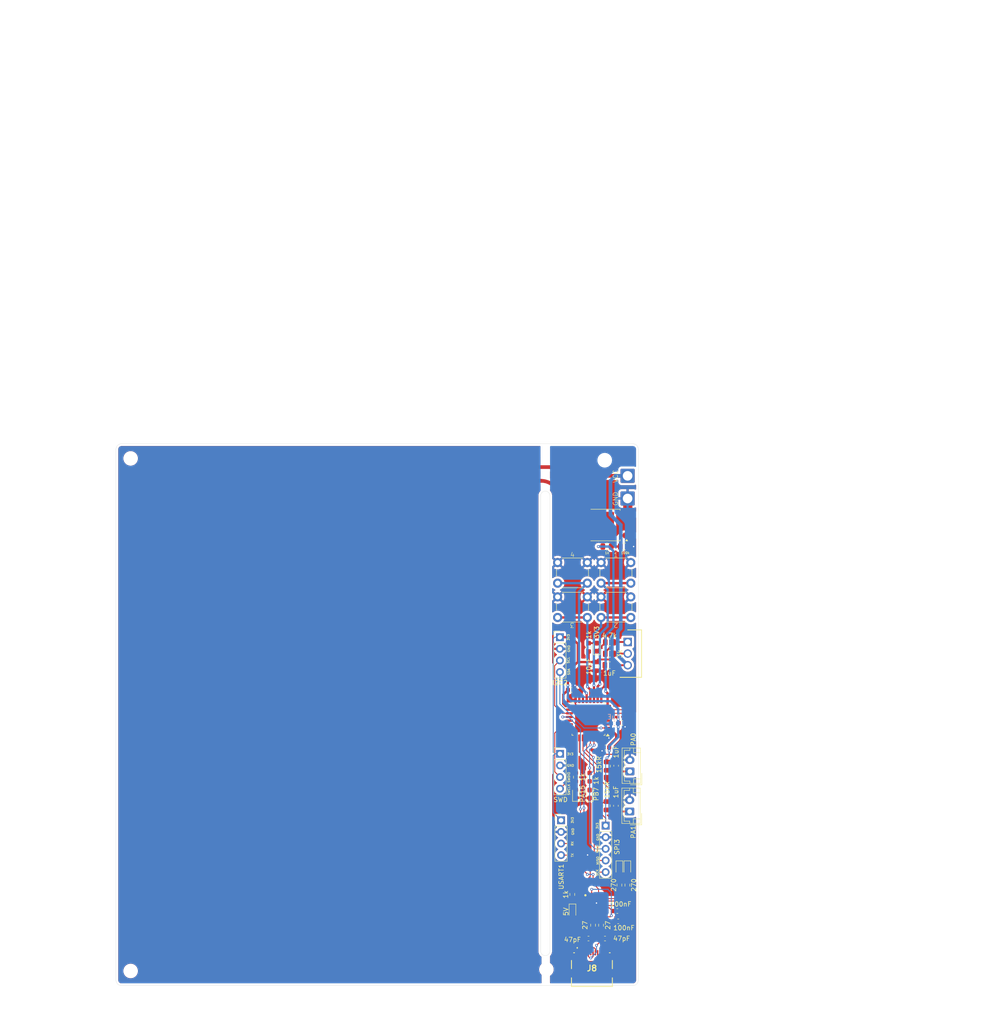
<source format=kicad_pcb>
(kicad_pcb (version 20240108) (generator "pcbnew") (generator_version "8.0")
  (layers (0 "F.Cu" signal) (31 "B.Cu" signal) (34 "B.Paste" user) (35 "F.Paste" user) (36 "B.SilkS" user "B.Silkscreen") (37 "F.SilkS" user "F.Silkscreen") (38 "B.Mask" user) (39 "F.Mask" user) (44 "Edge.Cuts" user))
  (net 0 "")
  (net 1 "+3.3V")
  (net 2 "GND")
  (net 6 "SWCLK")
  (net 7 "SWDIO")
  (net 11 "+5V")
  (net 12 "VCCIO")
  (net 13 "USB -")
  (net 14 "USB +")
  (net 15 "Net-(D1-K)")
  (net 16 "Net-(D2-A)")
  (net 17 "SPI3_SCK")
  (net 18 "SPI3_MOSI")
  (net 19 "Net-(D3-A)")
  (net 20 "USART1_TX")
  (net 21 "USART1_RX")
  (net 22 "SPI3_MISO")
  (net 23 "VCC")
  (net 24 "Net-(Q2-D)")
  (net 25 "Net-(Q2-G)")
  (net 26 "Net-(U1-PA2)")
  (net 27 "PA4")
  (net 28 "PA5")
  (net 29 "PA6")
  (net 30 "PA7")
  (net 31 "Net-(D4-A)")
  (net 32 "Net-(D5-A)")
  (net 33 "PA0")
  (net 34 "PA1")
  (net 35 "Net-(D6-A)")
  (net 39 "Net-(IC2-CBUS1)")
  (net 40 "Net-(IC2-USBDM)")
  (net 41 "Net-(IC2-CBUS0)")
  (net 43 "Net-(IC2-USBDP)")
  (net 48 "I2C2_SDA")
  (net 49 "I2C2_SCL")
  (net 55 "PB7")
  (net 57 "PA15")
  (net 59 "ADJ")
  (footprint "LED_SMD:LED_0603_1608Metric_Pad1.05x0.95mm_HandSolder" (layer "F.Cu") (at 142.95 149.3825 -90)
    (property "Reference" "D1" (hide yes))
    (property "Value" "5V")
  )
  (footprint "Resistor_SMD:R_0805_2012Metric" (layer "F.Cu") (at 150.5 69.6075 180)
    (property "Reference" "R2" (hide yes))
    (property "Value" "1k")
  )
  (footprint "MountingHole:MountingHole_2.7mm_M2.5" (layer "F.Cu") (at 46.35 162.35)
    (property "Reference" "H2" (hide yes))
    (property "Value" "MountingHole" (hide yes))
  )
  (footprint "Connector_JST:JST_EH_B2B-EH-A_1x02_P2.50mm_Vertical" (layer "F.Cu") (at 155.5 118.75 90)
    (property "Reference" "J7" (hide yes))
    (property "Value" "PA0")
  )
  (footprint "Resistor_SMD:R_0603_1608Metric_Pad0.98x0.95mm_HandSolder" (layer "F.Cu") (at 146.525 91.6275 -90)
    (property "Reference" "R1" (hide yes))
    (property "Value" "1k")
  )
  (footprint "Button_Switch_THT:SW_PUSH_6mm" (layer "F.Cu") (at 146.2 85.1075 180)
    (property "Reference" "SW3" (hide yes))
    (property "Value" "SW_Push" (hide yes))
  )
  (footprint "NetTie:NetTie-2_SMD_Pad2.0mm" (layer "F.Cu") (at 140.75 60.25 90)
    (property "Reference" "NT1" (hide yes))
    (property "Value" "NetTie_2" (hide yes))
  )
  (footprint "Resistor_SMD:R_0805_2012Metric" (layer "F.Cu") (at 151.025 90.54 180)
    (property "Reference" "R6" (hide yes))
    (property "Value" "4.7k")
  )
  (footprint "Capacitor_SMD:C_0603_1608Metric" (layer "F.Cu") (at 152.5 117.5 90)
    (property "Reference" "C5" (hide yes))
    (property "Value" "1uF")
  )
  (footprint "Button_Switch_THT:SW_PUSH_6mm" (layer "F.Cu") (at 146.2 77.6075 180)
    (property "Reference" "SW4" (hide yes))
    (property "Value" "SW_Push" (hide yes))
  )
  (footprint "Resistor_SMD:R_0603_1608Metric_Pad0.98x0.95mm_HandSolder" (layer "F.Cu") (at 146.7 120 90)
    (property "Reference" "R17" (hide yes))
    (property "Value" "1k")
  )
  (footprint "Capacitor_SMD:C_0603_1608Metric_Pad1.08x0.95mm_HandSolder" (layer "F.Cu") (at 146.45 155.2575 180)
    (property "Reference" "C13" (hide yes))
    (property "Value" "47pF")
  )
  (footprint "MountingHole:MountingHole_2.7mm_M2.5" (layer "F.Cu") (at 150 50.75)
    (property "Reference" "H3" (hide yes))
    (property "Value" "MountingHole" (hide yes))
  )
  (footprint "Resistor_SMD:R_0603_1608Metric_Pad0.98x0.95mm_HandSolder" (layer "F.Cu") (at 149.2 152.345 90)
    (property "Reference" "R13" (hide yes))
    (property "Value" "27")
  )
  (footprint "Capacitor_SMD:C_0805_2012Metric" (layer "F.Cu") (at 150.975 95.54 180)
    (property "Reference" "C8" (hide yes))
    (property "Value" "1uF")
  )
  (footprint "Connector_PinHeader_2.54mm:PinHeader_1x04_P2.54mm_Vertical" (layer "F.Cu") (at 140.2 89.42)
    (property "Reference" "J3" (hide yes))
    (property "Value" "I2C2")
  )
  (footprint "MountingHole:MountingHole_2.7mm_M2.5" (layer "F.Cu") (at 46.35 50.35)
    (property "Reference" "H1" (hide yes))
    (property "Value" "MountingHole" (hide yes))
  )
  (footprint "Resistor_SMD:R_0805_2012Metric" (layer "F.Cu") (at 154.3125 69.6075)
    (property "Reference" "R3" (hide yes))
    (property "Value" "100k")
  )
  (footprint "Capacitor_SMD:C_0603_1608Metric" (layer "F.Cu") (at 142.725 100.95 180)
    (property "Reference" "C2" (hide yes))
    (property "Value" "C" (hide yes))
  )
  (footprint "MountingHole:MountingHole_2.7mm_M2.5" (layer "F.Cu") (at 137.25 162)
    (property "Reference" "H4" (hide yes))
    (property "Value" "MountingHole" (hide yes))
  )
  (footprint "TL783CKCSE3:TO254P470X1016X1965-3P" (layer "F.Cu") (at 155.025 90.46 -90)
    (property "Reference" "IC1" (hide yes))
    (property "Value" "TL783CKCSE3" (hide yes))
  )
  (footprint "Capacitor_SMD:C_0603_1608Metric_Pad1.08x0.95mm_HandSolder" (layer "F.Cu") (at 150.0625 155.2575)
    (property "Reference" "C12" (hide yes))
    (property "Value" "47pF")
  )
  (footprint "Capacitor_SMD:C_0805_2012Metric" (layer "F.Cu") (at 148.025 95.79 90)
    (property "Reference" "C7" (hide yes))
    (property "Value" "10uF")
  )
  (footprint "Button_Switch_THT:SW_PUSH_6mm" (layer "F.Cu") (at 155.7 77.6075 180)
    (property "Reference" "SW1" (hide yes))
    (property "Value" "SW_Push" (hide yes))
  )
  (footprint "Capacitor_SMD:C_0603_1608Metric" (layer "F.Cu") (at 150.2 113.5)
    (property "Reference" "C1" (hide yes))
    (property "Value" "C" (hide yes))
  )
  (footprint "Capacitor_SMD:C_0603_1608Metric_Pad1.08x0.95mm_HandSolder" (layer "F.Cu") (at 152.95 151.5075)
    (property "Reference" "C9" (hide yes))
    (property "Value" "100nF")
  )
  (footprint "Capacitor_SMD:C_0603_1608Metric" (layer "F.Cu") (at 153.825 108.15 180)
    (property "Reference" "C3" (hide yes))
    (property "Value" "C" (hide yes))
  )
  (footprint "Resistor_SMD:R_0805_2012Metric" (layer "F.Cu") (at 151.025 93.04)
    (property "Reference" "R7" (hide yes))
    (property "Value" "3k")
  )
  (footprint "Package_QFP:LQFP-32_7x7mm_P0.8mm" (layer "F.Cu") (at 146.45 107.25 180)
    (property "Reference" "U1" (hide yes))
    (property "Value" "STM32F301K6Tx" (hide yes))
  )
  (footprint "Connector_Wire:SolderWire-1.5sqmm_1x01_D1.7mm_OD3mm" (layer "F.Cu") (at 155 59.1075)
    (property "Reference" "J5" (hide yes))
    (property "Value" "Conn_01x01_Pin" (hide yes))
  )
  (footprint "Resistor_SMD:R_0603_1608Metric_Pad0.98x0.95mm_HandSolder" (layer "F.Cu") (at 147.45 152.345 90)
    (property "Reference" "R12" (hide yes))
    (property "Value" "27")
  )
  (footprint "Capacitor_SMD:C_0603_1608Metric" (layer "F.Cu") (at 152.45 126.25 90)
    (property "Reference" "C4" (hide yes))
    (property "Value" "1uF")
  )
  (footprint "Connector_JST:JST_EH_B2B-EH-A_1x02_P2.50mm_Vertical" (layer "F.Cu") (at 155.45 127.5 90)
    (property "Reference" "J6" (hide yes))
    (property "Value" "PA1")
  )
  (footprint "Capacitor_SMD:C_0603_1608Metric_Pad1.08x0.95mm_HandSolder" (layer "F.Cu") (at 152.75 149.25)
    (property "Reference" "C10" (hide yes))
    (property "Value" "100nF")
  )
  (footprint "Resistor_SMD:R_0805_2012Metric" (layer "F.Cu") (at 150.5 117.5875 90)
    (property "Reference" "R5" (hide yes))
    (property "Value" "15kR")
  )
  (footprint "LED_SMD:LED_0603_1608Metric_Pad1.05x0.95mm_HandSolder" (layer "F.Cu") (at 148.275 91.59 90)
    (property "Reference" "D4" (hide yes))
    (property "Value" "3V3")
  )
  (footprint "GSB1C41110SSHR:GSB1C41110SSHR" (layer "F.Cu") (at 147.2 161.7575)
    (property "Reference" "J8")
    (property "Value" "GSB1C41110SSHR" (hide yes))
  )
  (footprint "Button_Switch_THT:SW_PUSH_6mm" (layer "F.Cu") (at 155.7 85.1075 180)
    (property "Reference" "SW2" (hide yes))
    (property "Value" "SW_Push" (hide yes))
  )
  (footprint "Resistor_SMD:R_0603_1608Metric_Pad0.98x0.95mm_HandSolder" (layer "F.Cu") (at 142.91 145.6275 -90)
    (property "Reference" "R9" (hide yes))
    (property "Value" "1k")
  )
  (footprint "Resistor_SMD:R_0603_1608Metric_Pad0.98x0.95mm_HandSolder" (layer "F.Cu") (at 143.7 120 90)
    (property "Reference" "R8" (hide yes))
    (property "Value" "1k")
  )
  (footprint "Connector_PinHeader_2.54mm:PinHeader_1x05_P2.54mm_Vertical" (layer "F.Cu") (at 150.2 130.59)
    (property "Reference" "J9" (hide yes))
    (property "Value" "SPI3")
  )
  (footprint "Connector_Wire:SolderWire-1.5sqmm_1x01_D1.7mm_OD3mm" (layer "F.Cu") (at 155 54.1575)
    (property "Reference" "J4" (hide yes))
    (property "Value" "Conn_01x01_Pin" (hide yes))
  )
  (footprint "LED_SMD:LED_0603_1608Metric_Pad1.05x0.95mm_HandSolder" (layer "F.Cu") (at 153.2 139.95625 -90)
    (property "Reference" "D3" (hide yes))
    (property "Value" "LED" (hide yes))
  )
  (footprint "SamacSys_Parts:QFN50P400X400X80-21N" (layer "F.Cu") (at 148.15 147.5575)
    (property "Reference" "IC2" (hide yes))
    (property "Value" "FT231XQ-T" (hide yes))
  )
  (footprint "Connector_PinHeader_2.54mm:PinHeader_1x04_P2.54mm_Vertical" (layer "F.Cu") (at 140.225 114.9)
    (property "Reference" "J1" (hide yes))
    (property "Value" "Conn_01x04_Pin" (hide yes))
  )
  (footprint "Resistor_SMD:R_0603_1608Metric_Pad0.98x0.95mm_HandSolder" (layer "F.Cu") (at 153.21 143.58125 90)
    (property "Reference" "R16" (hide yes))
    (property "Value" "270")
  )
  (footprint "Package_TO_SOT_SMD:TO-252-2" (layer "F.Cu") (at 150.06 64.9075 180)
    (property "Reference" "Q2" (hide yes))
    (property "Value" "Q_NMOS_GDS" (hide yes))
  )
  (footprint "LED_SMD:LED_0603_1608Metric_Pad1.05x0.95mm_HandSolder" (layer "F.Cu") (at 146.7 123.6875 90)
    (property "Reference" "D5" (hide yes))
    (property "Value" "PB7")
  )
  (footprint "Resistor_SMD:R_0603_1608Metric_Pad0.98x0.95mm_HandSolder" (layer "F.Cu") (at 154.95 143.58125 90)
    (property "Reference" "R15" (hide yes))
    (property "Value" "270")
  )
  (footprint "Resistor_SMD:R_0805_2012Metric" (layer "F.Cu") (at 150.45 126.25 90)
    (property "Reference" "R4" (hide yes))
    (property "Value" "15kR")
  )
  (footprint "LED_SMD:LED_0603_1608Metric_Pad1.05x0.95mm_HandSolder" (layer "F.Cu") (at 154.95 139.95625 -90)
    (property "Reference" "D2" (hide yes))
    (property "Value" "LED" (hide yes))
  )
  (footprint "Connector_PinHeader_2.54mm:PinHeader_1x04_P2.54mm_Vertical" (layer "F.Cu") (at 140.45 129.42)
    (property "Reference" "J2" (hide yes))
    (property "Value" "Conn_01x04_Pin" (hide yes))
  )
  (footprint "LED_SMD:LED_0603_1608Metric_Pad1.05x0.95mm_HandSolder" (layer "F.Cu") (at 143.7 123.625 90)
    (property "Reference" "D6" (hide yes))
    (property "Value" "PA15")
  )
  (footprint "Capacitor_SMD:C_0603_1608Metric" (layer "B.Cu") (at 152.125 108.25)
    (property "Reference" "C6" (hide yes))
    (property "Value" "1uF")
  )
  (gr_arc (start 43.15 48.35) (mid 43.501472 47.501472) (end 44.35 47.15) (stroke (width 0.05)) (layer "Edge.Cuts"))
  (gr_arc (start 136 58.5) (mid 137 57.5) (end 138 58.5) (stroke (width 0.05)) (layer "Edge.Cuts"))
  (gr_line (start 43.15 48.35) (end 43.15 164.35) (stroke (width 0.05)) (layer "Edge.Cuts"))
  (gr_line (start 136 158) (end 136 58.5) (stroke (width 0.05)) (layer "Edge.Cuts"))
  (gr_arc (start 157.351472 164.348528) (mid 157 165.197056) (end 156.151472 165.548528) (stroke (width 0.05)) (layer "Edge.Cuts"))
  (gr_line (start 157.351472 164.348528) (end 157.351472 48.348528) (stroke (width 0.05)) (layer "Edge.Cuts"))
  (gr_line (start 138 58.5) (end 138 158) (stroke (width 0.05)) (layer "Edge.Cuts"))
  (gr_arc (start 138 158) (mid 137 159) (end 136 158) (stroke (width 0.05)) (layer "Edge.Cuts"))
  (gr_line (start 156.15 47.15) (end 44.35 47.15) (stroke (width 0.05)) (layer "Edge.Cuts"))
  (gr_arc (start 156.151472 47.148528) (mid 157 47.5) (end 157.351472 48.348528) (stroke (width 0.05)) (layer "Edge.Cuts"))
  (gr_line (start 44.35 165.55) (end 156.15 165.55) (stroke (width 0.05)) (layer "Edge.Cuts"))
  (gr_arc (start 44.35 165.55) (mid 43.501472 165.198528) (end 43.15 164.35) (stroke (width 0.05)) (layer "Edge.Cuts"))
  (gr_text "GND" (at 142.45 92.75 90) (layer "F.SilkS") (effects (font (size 0.5 0.5) (thickness 0.1)) (justify left bottom)))
  (gr_text "MOSI" (at 148.675 136.6475 90) (layer "F.SilkS") (effects (font (size 0.5 0.5) (thickness 0.1)) (justify left bottom)))
  (gr_text "TX" (at 143.23 137.56 90) (layer "F.SilkS") (effects (font (size 0.5 0.5) (thickness 0.1)) (justify left bottom)))
  (gr_text "MISO" (at 148.775 139.1975 90) (layer "F.SilkS") (effects (font (size 0.5 0.5) (thickness 0.1)) (justify left bottom)))
  (gr_text "3V3" (at 142.35 90.2 90) (layer "F.SilkS") (effects (font (size 0.5 0.5) (thickness 0.1)) (justify left bottom)))
  (gr_text "3V3" (at 143.23 130.16 90) (layer "F.SilkS") (effects (font (size 0.5 0.5) (thickness 0.1)) (justify left bottom)))
  (gr_text "RX" (at 143.23 135.06 90) (layer "F.SilkS") (effects (font (size 0.5 0.5) (thickness 0.1)) (justify left bottom)))
  (gr_text "SDA" (at 142.45 97.75 90) (layer "F.SilkS") (effects (font (size 0.5 0.5) (thickness 0.1)) (justify left bottom)))
  (gr_text "USART1" (at 140.505 141.76 90) (layer "F.SilkS") (effects (font (size 1 1))))
  (gr_text "SWCLK" (at 142.45 124 90) (layer "F.SilkS") (effects (font (size 0.5 0.5) (thickness 0.1)) (justify left bottom)))
  (gr_text "3V3" (at 148.675 131.3975 90) (layer "F.SilkS") (effects (font (size 0.5 0.5) (thickness 0.1)) (justify left bottom)))
  (gr_text "SCK" (at 148.675 141.6475 90) (layer "F.SilkS") (effects (font (size 0.5 0.5) (thickness 0.1)) (justify left bottom)))
  (gr_text "4" (at 142.4 72.0075 0) (layer "F.SilkS") (effects (font (size 1 1) (thickness 0.1)) (justify left bottom)))
  (gr_text "SWDIO" (at 142.45 121.25 90) (layer "F.SilkS") (effects (font (size 0.5 0.5) (thickness 0.1)) (justify left bottom)))
  (gr_text "3" (at 143.4 86.2075 180) (layer "F.SilkS") (effects (font (size 1 1) (thickness 0.1)) (justify left bottom)))
  (gr_text "GND" (at 152.95 60.7575 90) (layer "F.SilkS") (effects (font (size 1 1) (thickness 0.1)) (justify left bottom)))
  (gr_text "SCL" (at 142.35 95.2 90) (layer "F.SilkS") (effects (font (size 0.5 0.5) (thickness 0.1)) (justify left bottom)))
  (gr_text "GND" (at 141.7 117.75 0) (layer "F.SilkS") (effects (font (size 0.5 0.5) (thickness 0.1)) (justify left bottom)))
  (gr_text "GND" (at 148.775 133.9475 90) (layer "F.SilkS") (effects (font (size 0.5 0.5) (thickness 0.1)) (justify left bottom)))
  (gr_text "2" (at 153 86.2075 180) (layer "F.SilkS") (effects (font (size 1 1) (thickness 0.1)) (justify left bottom)))
  (gr_text "3V3" (at 141.7 115.25 0) (layer "F.SilkS") (effects (font (size 0.5 0.5) (thickness 0.1)) (justify left bottom)))
  (gr_text "VCC" (at 152.95 55.7575 90) (layer "F.SilkS") (effects (font (size 1 1) (thickness 0.1)) (justify left bottom)))
  (gr_text "SWD" (at 138.7 125.5 0) (layer "F.SilkS") (effects (font (size 1 1)) (justify left bottom)))
  (gr_text "1" (at 151.9 72.0075 0) (layer "F.SilkS") (effects (font (size 1 1) (thickness 0.1)) (justify left bottom)))
  (gr_text "GND" (at 143.33 132.71 90) (layer "F.SilkS") (effects (font (size 0.5 0.5) (thickness 0.1)) (justify left bottom)))
  (segment (start 146.525 92.54) (end 146.525 94.54) (width 0.4) (layer "F.Cu") (net 1))
  (segment (start 149.9125 125.3375) (end 149.25 126) (width 0.2) (layer "F.Cu") (net 1))
  (segment (start 150.625 110.05) (end 151.825 110.05) (width 0.5) (layer "F.Cu") (net 1))
  (segment (start 151.9375 93.6275) (end 151.275 94.29) (width 0.4) (layer "F.Cu") (net 1))
  (segment (start 149.25 128) (end 150.2 128.95) (width 0.2) (layer "F.Cu") (net 1))
  (segment (start 155.025 93) (end 151.9775 93) (width 0.4) (layer "F.Cu") (net 1))
  (segment (start 152.5 110.725) (end 152.5 111.5) (width 0.5) (layer "F.Cu") (net 1))
  (segment (start 149.25 126) (end 149.25 128) (width 0.2) (layer "F.Cu") (net 1))
  (segment (start 148.575 94.29) (end 148.025 94.84) (width 0.4) (layer "F.Cu") (net 1))
  (segment (start 151.825 110.05) (end 152.5 110.725) (width 0.5) (layer "F.Cu") (net 1))
  (segment (start 140.2 89.42) (end 142.67 89.42) (width 0.5) (layer "F.Cu") (net 1))
  (segment (start 142.67 89.42) (end 144.11 90.86) (width 0.5) (layer "F.Cu") (net 1))
  (segment (start 150.5 115.8) (end 150.5 116.675) (width 0.2) (layer "F.Cu") (net 1))
  (segment (start 140.925 101.975) (end 141.95 100.95) (width 0.5) (layer "F.Cu") (net 1))
  (segment (start 150.2 128.95) (end 150.2 130.59) (width 0.2) (layer "F.Cu") (net 1))
  (segment (start 141.95 99.95) (end 141.95 100.95) (width 0.5) (layer "F.Cu") (net 1))
  (segment (start 151.9375 93.04) (end 151.9375 93.6275) (width 0.4) (layer "F.Cu") (net 1))
  (segment (start 144.11 90.86) (end 144.11 94.84) (width 0.5) (layer "F.Cu") (net 1))
  (segment (start 152.95 107.275) (end 152.525 106.85) (width 0.5) (layer "F.Cu") (net 1))
  (segment (start 144.11 94.84) (end 141.95 97) (width 0.5) (layer "F.Cu") (net 1))
  (segment (start 146.825 94.84) (end 148.025 94.84) (width 0.4) (layer "F.Cu") (net 1))
  (segment (start 150.975 113.5) (end 150.975 113.025) (width 0.5) (layer "F.Cu") (net 1))
  (segment (start 146.525 94.54) (end 146.825 94.84) (width 0.4) (layer "F.Cu") (net 1))
  (segment (start 140.925 103.95) (end 140.925 101.975) (width 0.5) (layer "F.Cu") (net 1))
  (segment (start 150.975 114.25) (end 150.975 113.5) (width 0.5) (layer "F.Cu") (net 1))
  (segment (start 152.95 109.05) (end 152.95 107.275) (width 0.5) (layer "F.Cu") (net 1))
  (segment (start 148.025 94.84) (end 144.11 94.84) (width 0.5) (layer "F.Cu") (net 1))
  (segment (start 151.275 94.29) (end 148.575 94.29) (width 0.4) (layer "F.Cu") (net 1))
  (segment (start 152.525 106.85) (end 150.625 106.85) (width 0.5) (layer "F.Cu") (net 1))
  (segment (start 142.275 104.45) (end 141.425 104.45) (width 0.5) (layer "F.Cu") (net 1))
  (segment (start 141.425 104.45) (end 140.925 103.95) (width 0.5) (layer "F.Cu") (net 1))
  (segment (start 141.95 97) (end 141.95 99.95) (width 0.5) (layer "F.Cu") (net 1))
  (segment (start 150.975 113.025) (end 152.5 111.5) (width 0.5) (layer "F.Cu") (net 1))
  (via (at 152.95 109.05) (size 0.6) (drill 0.3) (layers "F.Cu" "B.Cu") (net 1))
  (via (at 141.95 99.95) (size 0.6) (drill 0.3) (layers "F.Cu" "B.Cu") (net 1))
  (via (at 150.5 115.8) (size 0.6) (drill 0.3) (layers "F.Cu" "B.Cu") (net 1))
  (via (at 152.95 107.35) (size 0.6) (drill 0.3) (layers "F.Cu" "B.Cu") (net 1))
  (via (at 150.975 114.25) (size 0.6) (drill 0.3) (layers "F.Cu" "B.Cu") (net 1))
  (segment (start 152.95 105.075) (end 152.95 107.35) (width 0.5) (layer "B.Cu") (net 1))
  (segment (start 150.975 113.225) (end 152.95 111.25) (width 0.5) (layer "B.Cu") (net 1))
  (segment (start 139.1 114.9) (end 138.75 115.25) (width 0.2) (layer "B.Cu") (net 1))
  (segment (start 139.1 114.9) (end 138.75 114.55) (width 0.2) (layer "B.Cu") (net 1))
  (segment (start 138.75 127.72) (end 140.45 129.42) (width 0.2) (layer "B.Cu") (net 1))
  (segment (start 142.675 103.4) (end 151.275 103.4) (width 0.5) (layer "B.Cu") (net 1))
  (segment (start 141.95 99.95) (end 141.95 102.675) (width 0.5) (layer "B.Cu") (net 1))
  (segment (start 139.08 89.42) (end 140.2 89.42) (width 0.2) (layer "B.Cu") (net 1))
  (segment (start 138.75 114.55) (end 138.75 89.75) (width 0.2) (layer "B.Cu") (net 1))
  (segment (start 150.2 116.1) (end 150.5 115.8) (width 0.2) (layer "B.Cu") (net 1))
  (segment (start 150.975 115.325) (end 150.5 115.8) (width 0.3) (layer "B.Cu") (net 1))
  (segment (start 152.95 107.35) (end 152.95 109.05) (width 0.5) (layer "B.Cu") (net 1))
  (segment (start 138.75 89.75) (end 139.08 89.42) (width 0.2) (layer "B.Cu") (net 1))
  (segment (start 152.9 107.4) (end 152.95 107.35) (width 0.5) (layer "B.Cu") (net 1))
  (segment (start 140.225 114.9) (end 139.1 114.9) (width 0.2) (layer "B.Cu") (net 1))
  (segment (start 150.975 114.25) (end 150.975 113.225) (width 0.5) (layer "B.Cu") (net 1))
  (segment (start 152.9 108.25) (end 152.9 107.4) (width 0.5) (layer "B.Cu") (net 1))
  (segment (start 150.2 130.59) (end 150.2 116.1) (width 0.2) (layer "B.Cu") (net 1))
  (segment (start 138.75 115.25) (end 138.75 127.72) (width 0.2) (layer "B.Cu") (net 1))
  (segment (start 141.95 102.675) (end 142.675 103.4) (width 0.5) (layer "B.Cu") (net 1))
  (segment (start 152.95 111.25) (end 152.95 109.05) (width 0.5) (layer "B.Cu") (net 1))
  (segment (start 151.275 103.4) (end 152.95 105.075) (width 0.5) (layer "B.Cu") (net 1))
  (segment (start 150.975 114.25) (end 150.975 115.325) (width 0.3) (layer "B.Cu") (net 1))
  (segment (start 155.225 69.6075) (end 156.3125 69.6075) (width 0.5) (layer "F.Cu") (net 2))
  (segment (start 150.025 96.29) (end 150.025 95.54) (width 0.4) (layer "F.Cu") (net 2))
  (segment (start 143.5 99.95) (end 143.5 100.95) (width 0.5) (layer "F.Cu") (net 2))
  (segment (start 155.05 59.1575) (end 155.05 62.6575) (width 2) (layer "F.Cu") (net 2))
  (segment (start 154.5 108.95) (end 154.45 109) (width 0.5) (layer "F.Cu") (net 2))
  (segment (start 149.25 111.425) (end 149.25 113.325) (width 0.5) (layer "F.Cu") (net 2))
  (segment (start 155.05 62.6575) (end 155.1 62.7075) (width 2) (layer "F.Cu") (net 2))
  (segment (start 144 158.3675) (end 144 159.75) (width 0.5) (layer "F.Cu") (net 2))
  (segment (start 148.025 96.74) (end 144.46 96.74) (width 0.4) (layer "F.Cu") (net 2))
  (segment (start 152.975 116.25) (end 152.5 116.725) (width 0.4) (layer "F.Cu") (net 2))
  (segment (start 148.025 96.74) (end 149.575 96.74) (width 0.4) (layer "F.Cu") (net 2))
  (segment (start 146.2 147.5575) (end 150.1 147.5575) (width 0.2) (layer "F.Cu") (net 2))
  (segment (start 143.65 103.075) (end 143.65 101.1) (width 0.5) (layer "F.Cu") (net 2))
  (segment (start 154.5 108.15) (end 154.5 108.95) (width 0.5) (layer "F.Cu") (net 2))
  (segment (start 152.925 125) (end 152.45 125.475) (width 0.4) (layer "F.Cu") (net 2))
  (segment (start 149.575 96.74) (end 150.025 96.29) (width 0.4) (layer "F.Cu") (net 2))
  (segment (start 149.425 113.5) (end 149.425 114.25) (width 0.5) (layer "F.Cu") (net 2))
  (segment (start 144.46 96.74) (end 143.5 97.7) (width 0.4) (layer "F.Cu") (net 2))
  (segment (start 150.1125 90.6275) (end 148.275 92.465) (width 0.4) (layer "F.Cu") (net 2))
  (segment (start 150.4 158.3675) (end 150.4 159.85) (width 0.5) (layer "F.Cu") (net 2))
  (segment (start 155.45 125) (end 152.925 125) (width 0.4) (layer "F.Cu") (net 2))
  (segment (start 155.5 116.25) (end 152.975 116.25) (width 0.4) (layer "F.Cu") (net 2))
  (segment (start 143.5 97.7) (end 143.5 99.95) (width 0.4) (layer "F.Cu") (net 2))
  (via (at 143.5 99.95) (size 0.6) (drill 0.3) (layers "F.Cu" "B.Cu") (net 2))
  (via (at 149.425 114.25) (size 0.6) (drill 0.3) (layers "F.Cu" "B.Cu") (net 2))
  (via (at 148.2 147.5075) (size 0.6) (drill 0.3) (layers "F.Cu" "B.Cu") (net 2))
  (via (at 156.3125 69.6075) (size 0.6) (drill 0.3) (layers "F.Cu" "B.Cu") (net 2))
  (via (at 146.25 137) (size 0.6) (drill 0.3) (layers "F.Cu" "B.Cu") (net 2))
  (via (at 150.925 111.45) (size 0.6) (drill 0.3) (layers "F.Cu" "B.Cu") (net 2))
  (via (at 154.45 109) (size 0.6) (drill 0.3) (layers "F.Cu" "B.Cu") (net 2))
  (segment (start 151.35 111.025) (end 150.925 111.45) (width 0.5) (layer "B.Cu") (net 2))
  (segment (start 151.35 108.25) (end 151.35 111.025) (width 0.5) (layer "B.Cu") (net 2))
  (segment (start 140.9 110.05) (end 140.6 110.35) (width 0.2) (layer "F.Cu") (net 6))
  (segment (start 142.275 110.05) (end 140.9 110.05) (width 0.2) (layer "F.Cu") (net 6))
  (segment (start 142.275 113.25) (end 142.275 120.47) (width 0.2) (layer "F.Cu") (net 6))
  (segment (start 140.6 111.575) (end 142.275 113.25) (width 0.2) (layer "F.Cu") (net 6))
  (segment (start 140.6 110.35) (end 140.6 111.575) (width 0.2) (layer "F.Cu") (net 6))
  (segment (start 142.275 120.47) (end 140.225 122.52) (width 0.2) (layer "F.Cu") (net 6))
  (segment (start 140.225 119.98) (end 139.075 118.83) (width 0.2) (layer "F.Cu") (net 7))
  (segment (start 139.075 110.35) (end 140.175 109.25) (width 0.2) (layer "F.Cu") (net 7))
  (segment (start 140.175 109.25) (end 142.275 109.25) (width 0.2) (layer "F.Cu") (net 7))
  (segment (start 139.075 118.83) (end 139.075 110.35) (width 0.2) (layer "F.Cu") (net 7))
  (segment (start 152.2 152.678278) (end 151.620778 153.2575) (width 0.2) (layer "F.Cu") (net 11))
  (segment (start 152.2 150.5) (end 152.2 152.678278) (width 0.2) (layer "F.Cu") (net 11))
  (segment (start 142.95 155.45) (end 144.8 157.3) (width 0.2) (layer "F.Cu") (net 11))
  (segment (start 152.75 148.808278) (end 152.75 149.95) (width 0.2) (layer "F.Cu") (net 11))
  (segment (start 142.95 150.2575) (end 142.95 155.45) (width 0.2) (layer "F.Cu") (net 11))
  (segment (start 149.6 157.1075) (end 149.6 158.3675) (width 0.2) (layer "F.Cu") (net 11))
  (segment (start 151.999222 148.0575) (end 152.75 148.808278) (width 0.2) (layer "F.Cu") (net 11))
  (segment (start 144.8 157.3) (end 144.8 158.3675) (width 0.2) (layer "F.Cu") (net 11))
  (segment (start 144.985 159.2925) (end 145.95 160.2575) (width 0.2) (layer "F.Cu") (net 11))
  (segment (start 150.0875 156.62) (end 149.6 157.1075) (width 0.2) (layer "F.Cu") (net 11))
  (segment (start 145.95 160.2575) (end 148.385 160.2575) (width 0.2) (layer "F.Cu") (net 11))
  (segment (start 149.4 159.2425) (end 149.4 158.5675) (width 0.2) (layer "F.Cu") (net 11))
  (segment (start 152.75 149.95) (end 152.2 150.5) (width 0.2) (layer "F.Cu") (net 11))
  (segment (start 151.620778 153.2575) (end 150.7 153.2575) (width 0.2) (layer "F.Cu") (net 11))
  (segment (start 144.985 158.5525) (end 144.985 159.2925) (width 0.2) (layer "F.Cu") (net 11))
  (segment (start 148.385 160.2575) (end 149.4 159.2425) (width 0.2) (layer "F.Cu") (net 11))
  (segment (start 150.0875 153.87) (end 150.0875 156.62) (width 0.2) (layer "F.Cu") (net 11))
  (segment (start 150.1 148.0575) (end 151.999222 148.0575) (width 0.2) (layer "F.Cu") (net 11))
  (segment (start 150.7 153.2575) (end 150.0875 153.87) (width 0.2) (layer "F.Cu") (net 11))
  (segment (start 147.15 144.5075) (end 147.15 145.6075) (width 0.2) (layer "F.Cu") (net 12))
  (segment (start 149.15 149.5075) (end 149.15 150.2075) (width 0.2) (layer "F.Cu") (net 12))
  (segment (start 151.2 150.5075) (end 151.45 150.2575) (width 0.2) (layer "F.Cu") (net 12))
  (segment (start 151.45 149.0075) (end 151 148.5575) (width 0.2) (layer "F.Cu") (net 12))
  (segment (start 151.45 150.2575) (end 151.45 149.0075) (width 0.2) (layer "F.Cu") (net 12))
  (segment (start 149.45 150.5075) (end 151.2 150.5075) (width 0.2) (layer "F.Cu") (net 12))
  (segment (start 149.15 150.2075) (end 149.45 150.5075) (width 0.2) (layer "F.Cu") (net 12))
  (segment (start 151 148.5575) (end 150.1 148.5575) (width 0.2) (layer "F.Cu") (net 12))
  (via (at 147.15 144.5075) (size 0.6) (drill 0.3) (layers "F.Cu" "B.Cu") (net 12))
  (via (at 151.45 150.2575) (size 0.6) (drill 0.3) (layers "F.Cu" "B.Cu") (net 12))
  (segment (start 147.15 144.5075) (end 150.7 144.5075) (width 0.2) (layer "B.Cu") (net 12))
  (segment (start 151.45 145.2575) (end 151.45 150.2575) (width 0.2) (layer "B.Cu") (net 12))
  (segment (start 150.7 144.5075) (end 151.45 145.2575) (width 0.2) (layer "B.Cu") (net 12))
  (segment (start 147.45 159.1925) (end 147.135 159.5075) (width 0.2) (layer "F.Cu") (net 13))
  (segment (start 147.45 158.3675) (end 147.45 159.1925) (width 0.2) (layer "F.Cu") (net 13))
  (segment (start 146.45 159.1925) (end 146.45 158.3675) (width 0.2) (layer "F.Cu") (net 13))
  (segment (start 147.135 159.5075) (end 146.765 159.5075) (width 0.2) (layer "F.Cu") (net 13))
  (segment (start 148.2 156.7575) (end 149.2 155.7575) (width 0.2) (layer "F.Cu") (net 13))
  (segment (start 146.765 159.5075) (end 146.45 159.1925) (width 0.2) (layer "F.Cu") (net 13))
  (segment (start 149.2 155.7575) (end 149.2 153.2575) (width 0.2) (layer "F.Cu") (net 13))
  (via (at 148.2 156.7575) (size 0.6) (drill 0.3) (layers "F.Cu" "B.Cu") (net 13))
  (via (at 146.95 159.5075) (size 0.6) (drill 0.3) (layers "F.Cu" "B.Cu") (net 13))
  (segment (start 148.2 158.2575) (end 146.95 159.5075) (width 0.2) (layer "B.Cu") (net 13))
  (segment (start 148.2 156.7575) (end 148.2 158.2575) (width 0.2) (layer "B.Cu") (net 13))
  (segment (start 147.2 157.2925) (end 146.95 157.5425) (width 0.2) (layer "F.Cu") (net 14))
  (segment (start 147.95 157.5425) (end 147.665 157.2575) (width 0.2) (layer "F.Cu") (net 14))
  (segment (start 147.665 157.2575) (end 147.235 157.2575) (width 0.2) (layer "F.Cu") (net 14))
  (segment (start 147.2 155.42) (end 147.2 157.2925) (width 0.2) (layer "F.Cu") (net 14))
  (segment (start 147.235 157.2575) (end 146.95 157.5425) (width 0.2) (layer "F.Cu") (net 14))
  (segment (start 147.95 158.3675) (end 147.95 157.5425) (width 0.2) (layer "F.Cu") (net 14))
  (segment (start 146.95 157.5425) (end 146.95 158.3675) (width 0.2) (layer "F.Cu") (net 14))
  (segment (start 147.45 153.2575) (end 147.45 155.17) (width 0.2) (layer "F.Cu") (net 14))
  (segment (start 142.91 146.54) (end 142.91 148.4675) (width 0.2) (layer "F.Cu") (net 15))
  (segment (start 154.95 142.66875) (end 154.95 140.83125) (width 0.2) (layer "F.Cu") (net 16))
  (segment (start 144.45 114.5) (end 147.7 117.75) (width 0.2) (layer "F.Cu") (net 17))
  (segment (start 148.2 140.75) (end 150.2 140.75) (width 0.2) (layer "F.Cu") (net 17))
  (segment (start 147.7 117.75) (end 147.7 140.25) (width 0.2) (layer "F.Cu") (net 17))
  (segment (start 144.45 111.425) (end 144.45 114.5) (width 0.2) (layer "F.Cu") (net 17))
  (segment (start 147.7 140.25) (end 148.2 140.75) (width 0.2) (layer "F.Cu") (net 17))
  (segment (start 146.05 114.25) (end 146.05 111.425) (width 0.2) (layer "F.Cu") (net 18))
  (segment (start 146.09853 114.25) (end 147.524265 115.675735) (width 0.2) (layer "F.Cu") (net 18))
  (segment (start 146.05 114.25) (end 146.09853 114.25) (width 0.2) (layer "F.Cu") (net 18))
  (via (at 147.524265 115.675735) (size 0.6) (drill 0.3) (layers "F.Cu" "B.Cu") (net 18))
  (segment (start 147.524265 118.675735) (end 146.7 119.5) (width 0.2) (layer "B.Cu") (net 18))
  (segment (start 147.524265 115.675735) (end 147.524265 118.675735) (width 0.2) (layer "B.Cu") (net 18))
  (segment (start 146.7 134.5) (end 147.87 135.67) (width 0.2) (layer "B.Cu") (net 18))
  (segment (start 147.87 135.67) (end 150.2 135.67) (width 0.2) (layer "B.Cu") (net 18))
  (segment (start 146.7 119.5) (end 146.7 134.5) (width 0.2) (layer "B.Cu") (net 18))
  (segment (start 153.21 142.66875) (end 153.21 140.84125) (width 0.2) (layer "F.Cu") (net 19))
  (segment (start 146.825 140.575) (end 146.825 141.675) (width 0.2) (layer "F.Cu") (net 20))
  (segment (start 144.75 134.25) (end 144.75 138.5) (width 0.2) (layer "F.Cu") (net 20))
  (segment (start 145.458949 126.747017) (end 145.458949 133.541051) (width 0.2) (layer "F.Cu") (net 20))
  (segment (start 144.97875 146.03625) (end 144.97875 143.47875) (width 0.2) (layer "F.Cu") (net 20))
  (segment (start 146.825 141.675) (end 145.02125 143.47875) (width 0.2) (layer "F.Cu") (net 20))
  (segment (start 145.5 146.5575) (end 144.97875 146.03625) (width 0.2) (layer "F.Cu") (net 20))
  (segment (start 142.54 137.04) (end 143.5 138) (width 0.2) (layer "F.Cu") (net 20))
  (segment (start 144.75 138.5) (end 146.825 140.575) (width 0.2) (layer "F.Cu") (net 20))
  (segment (start 145.458949 133.541051) (end 144.75 134.25) (width 0.2) (layer "F.Cu") (net 20))
  (segment (start 143.5 138) (end 143.5 139.75) (width 0.2) (layer "F.Cu") (net 20))
  (segment (start 140.45 137.04) (end 142.54 137.04) (width 0.2) (layer "F.Cu") (net 20))
  (segment (start 146.85 111.425) (end 146.85 112.95) (width 0.2) (layer "F.Cu") (net 20))
  (segment (start 146.2 146.5575) (end 145.5 146.5575) (width 0.2) (layer "F.Cu") (net 20))
  (segment (start 144.97875 141.22875) (end 144.97875 143.47875) (width 0.2) (layer "F.Cu") (net 20))
  (segment (start 143.5 139.75) (end 144.97875 141.22875) (width 0.2) (layer "F.Cu") (net 20))
  (segment (start 145.02125 143.47875) (end 144.97875 143.47875) (width 0.2) (layer "F.Cu") (net 20))
  (via (at 145.458949 126.747017) (size 0.6) (drill 0.3) (layers "F.Cu" "B.Cu") (net 20))
  (via (at 146.85 112.95) (size 0.6) (drill 0.3) (layers "F.Cu" "B.Cu") (net 20))
  (segment (start 145.45 114.35) (end 145.45 126.738068) (width 0.2) (layer "B.Cu") (net 20))
  (segment (start 145.45 126.738068) (end 145.458949 126.747017) (width 0.2) (layer "B.Cu") (net 20))
  (segment (start 146.85 112.95) (end 145.45 114.35) (width 0.2) (layer "B.Cu") (net 20))
  (segment (start 148.65 144.45) (end 148.65 145.6075) (width 0.2) (layer "F.Cu") (net 21))
  (segment (start 144 135.25) (end 144 135) (width 0.2) (layer "F.Cu") (net 21))
  (segment (start 146.2 141.2) (end 144 139) (width 0.2) (layer "F.Cu") (net 21))
  (segment (start 144.7 133.25) (end 144.7 127) (width 0.2) (layer "F.Cu") (net 21))
  (segment (start 147.45 143.25) (end 148.65 144.45) (width 0.2) (layer "F.Cu") (net 21))
  (segment (start 146.2 141.2575) (end 146.2 141.2) (width 0.2) (layer "F.Cu") (net 21))
  (segment (start 144 133.95) (end 144 135.25) (width 0.2) (layer "F.Cu") (net 21))
  (segment (start 144 135) (end 143.5 134.5) (width 0.2) (layer "F.Cu") (net 21))
  (segment (start 140.825 106.85) (end 142.275 106.85) (width 0.2) (layer "F.Cu") (net 21))
  (segment (start 147.45 141.2575) (end 147.45 143.25) (width 0.2) (layer "F.Cu") (net 21))
  (segment (start 140.45 134.5) (end 143.5 134.5) (width 0.2) (layer "F.Cu") (net 21))
  (segment (start 144 133.95) (end 144.7 133.25) (width 0.2) (layer "F.Cu") (net 21))
  (segment (start 144 139) (end 144 135.25) (width 0.2) (layer "F.Cu") (net 21))
  (via (at 147.45 141.2575) (size 0.6) (drill 0.3) (layers "F.Cu" "B.Cu") (net 21))
  (via (at 144.7 127) (size 0.6) (drill 0.3) (layers "F.Cu" "B.Cu") (net 21))
  (via (at 140.825 106.85) (size 0.6) (drill 0.3) (layers "F.Cu" "B.Cu") (net 21))
  (via (at 146.2 141.2575) (size 0.6) (drill 0.3) (layers "F.Cu" "B.Cu") (net 21))
  (segment (start 147.45 141.2575) (end 146.2 141.2575) (width 0.2) (layer "B.Cu") (net 21))
  (segment (start 142.05 106.85) (end 140.825 106.85) (width 0.2) (layer "B.Cu") (net 21))
  (segment (start 144.7 109.5) (end 142.05 106.85) (width 0.2) (layer "B.Cu") (net 21))
  (segment (start 144.7 127) (end 144.7 109.5) (width 0.2) (layer "B.Cu") (net 21))
  (segment (start 148.45 117.45) (end 145.25 114.25) (width 0.2) (layer "F.Cu") (net 22))
  (segment (start 145.25 114.25) (end 145.25 111.425) (width 0.2) (layer "F.Cu") (net 22))
  (segment (start 148.45 138) (end 148.45 117.45) (width 0.2) (layer "F.Cu") (net 22))
  (segment (start 150.2 138.21) (end 148.66 138.21) (width 0.2) (layer "F.Cu") (net 22))
  (segment (start 148.66 138.21) (end 148.45 138) (width 0.2) (layer "F.Cu") (net 22))
  (segment (start 81.125 160) (end 81.125 53.5) (width 0.8) (layer "F.Cu") (net 23))
  (segment (start 64.875 160) (end 66.125 160) (width 0.8) (layer "F.Cu") (net 23))
  (segment (start 88.625 53.5) (end 89.875 53.5) (width 0.8) (layer "F.Cu") (net 23))
  (segment (start 138.921573 56.421573) (end 140.75 58.25) (width 0.8) (layer "F.Cu") (net 23))
  (segment (start 62.375 53.5) (end 62.375 160) (width 0.8) (layer "F.Cu") (net 23))
  (segment (start 53.625 53.5) (end 54.875 53.5) (width 0.8) (layer "F.Cu") (net 23))
  (segment (start 88.625 160) (end 88.625 53.5) (width 0.8) (layer "F.Cu") (net 23))
  (segment (start 74.875 53.5) (end 74.875 160) (width 0.8) (layer "F.Cu") (net 23))
  (segment (start 127.375 53.5) (end 127.375 160) (width 0.8) (layer "F.Cu") (net 23))
  (segment (start 72.375 160) (end 73.625 160) (width 0.8) (layer "F.Cu") (net 23))
  (segment (start 135.625 55.25) (end 136.093146 55.25) (width 0.8) (layer "F.Cu") (net 23))
  (segment (start 112.375 53.5) (end 112.375 160) (width 0.8) (layer "F.Cu") (net 23))
  (segment (start 112.375 160) (end 113.625 160) (width 0.8) (layer "F.Cu") (net 23))
  (segment (start 98.625 53.5) (end 99.875 53.5) (width 0.8) (layer "F.Cu") (net 23))
  (segment (start 103.625 53.5) (end 104.875 53.5) (width 0.8) (layer "F.Cu") (net 23))
  (segment (start 63.625 53.5) (end 64.875 53.5) (width 0.8) (layer "F.Cu") (net 23))
  (segment (start 89.875 53.5) (end 89.875 160) (width 0.8) (layer "F.Cu") (net 23))
  (segment (start 109.875 53.5) (end 109.875 160) (width 0.8) (layer "F.Cu") (net 23))
  (segment (start 77.375 160) (end 78.625 160) (width 0.8) (layer "F.Cu") (net 23))
  (segment (start 86.125 160) (end 86.125 53.5) (width 0.8) (layer "F.Cu") (net 23))
  (segment (start 131.125 53.5) (end 132.375 53.5) (width 0.8) (layer "F.Cu") (net 23))
  (segment (start 77.375 53.5) (end 77.375 160) (width 0.8) (layer "F.Cu") (net 23))
  (segment (start 57.375 160) (end 58.625 160) (width 0.8) (layer "F.Cu") (net 23))
  (segment (start 58.625 160) (end 58.625 53.5) (width 0.8) (layer "F.Cu") (net 23))
  (segment (start 62.375 160) (end 63.625 160) (width 0.8) (layer "F.Cu") (net 23))
  (segment (start 102.375 160) (end 103.625 160) (width 0.8) (layer "F.Cu") (net 23))
  (segment (start 117.375 53.5) (end 117.375 160) (width 0.8) (layer "F.Cu") (net 23))
  (segment (start 56.125 160) (end 56.125 53.5) (width 0.8) (layer "F.Cu") (net 23))
  (segment (start 129.875 53.5) (end 129.875 160) (width 0.8) (layer "F.Cu") (net 23))
  (segment (start 84.875 160) (end 86.125 160) (width 0.8) (layer "F.Cu") (net 23))
  (segment (start 126.125 53.5) (end 127.375 53.5) (width 0.8) (layer "F.Cu") (net 23))
  (segment (start 54.875 53.5) (end 54.875 160) (width 0.8) (layer "F.Cu") (net 23))
  (segment (start 73.625 160) (end 73.625 53.5) (width 0.8) (layer "F.Cu") (net 23))
  (segment (start 108.625 160) (end 108.625 53.5) (width 0.8) (layer "F.Cu") (net 23))
  (segment (start 61.125 160) (end 61.125 53.5) (width 0.8) (layer "F.Cu") (net 23))
  (segment (start 116.125 160) (end 116.125 53.5) (width 0.8) (layer "F.Cu") (net 23))
  (segment (start 124.875 53.5) (end 124.875 160) (width 0.8) (layer "F.Cu") (net 23))
  (segment (start 128.625 160) (end 128.625 53.5) (width 0.8) (layer "F.Cu") (net 23))
  (segment (start 64.875 53.5) (end 64.875 160) (width 0.8) (layer "F.Cu") (net 23))
  (segment (start 122.375 53.5) (end 122.375 160) (width 0.8) (layer "F.Cu") (net 23))
  (segment (start 53.625 160) (end 53.625 53.5) (width 0.8) (layer "F.Cu") (net 23))
  (segment (start 119.875 160) (end 121.125 160) (width 0.8) (layer "F.Cu") (net 23))
  (segment (start 93.625 53.5) (end 94.875 53.5) (width 0.8) (layer "F.Cu") (net 23))
  (segment (start 71.125 160) (end 71.125 53.5) (width 0.8) (layer "F.Cu") (net 23))
  (segment (start 97.375 53.5) (end 97.375 160) (width 0.8) (layer "F.Cu") (net 23))
  (segment (start 79.875 53.5) (end 79.875 160) (width 0.8) (layer "F.Cu") (net 23))
  (segment (start 78.625 160) (end 78.625 53.5) (width 0.8) (layer "F.Cu") (net 23))
  (segment (start 104.875 160) (end 106.125 160) (width 0.8) (layer "F.Cu") (net 23))
  (segment (start 94.875 160) (end 96.125 160) (width 0.8) (layer "F.Cu") (net 23))
  (segment (start 118.625 160) (end 118.625 53.5) (width 0.8) (layer "F.Cu") (net 23))
  (segment (start 94.875 53.5) (end 94.875 160) (width 0.8) (layer "F.Cu") (net 23))
  (segment (start 82.375 53.5) (end 82.375 160) (width 0.8) (layer "F.Cu") (net 23))
  (segment (start 52.375 160) (end 53.625 160) (width 0.8) (layer "F.Cu") (net 23))
  (segment (start 155.025 95.54) (end 151.925 95.54) (width 0.4) (layer "F.Cu") (net 23))
  (segment (start 69.875 160) (end 71.125 160) (width 0.8) (layer "F.Cu") (net 23))
  (segment (start 79.875 160) (end 81.125 160) (width 0.8) (layer "F.Cu") (net 23))
  (segment (start 122.375 160) (end 123.625 160) (width 0.8) (layer "F.Cu") (net 23))
  (segment (start 74.875 160) (end 76.125 160) (width 0.8) (layer "F.Cu") (net 23))
  (segment (start 83.625 160) (end 83.625 53.5) (width 0.8) (layer "F.Cu") (net 23))
  (segment (start 102.375 53.5) (end 102.375 160) (width 0.8) (layer "F.Cu") (net 23))
  (segment (start 101.125 160) (end 101.125 53.5) (width 0.8) (layer "F.Cu") (net 23))
  (segment (start 103.625 160) (end 103.625 53.5) (width 0.8) (layer "F.Cu") (net 23))
  (segment (start 118.625 53.5) (end 119.875 53.5) (width 0.8) (layer "F.Cu") (net 23))
  (segment (start 106.125 53.5) (end 107.375 53.5) (width 0.8) (layer "F.Cu") (net 23))
  (segment (start 133.625 160) (end 133.625 57.25) (width 0.8) (layer "F.Cu") (net 23))
  (segment (start 123.625 160) (end 123.625 53.5) (width 0.8) (layer "F.Cu") (net 23))
  (segment (start 92.375 160) (end 93.625 160) (width 0.8) (layer "F.Cu") (net 23))
  (segment (start 76.125 53.5) (end 77.375 53.5) (width 0.8) (layer "F.Cu") (net 23))
  (segment (start 111.125 53.5) (end 112.375 53.5) (width 0.8) (layer "F.Cu") (net 23))
  (segment (start 87.375 53.5) (end 87.375 160) (width 0.8) (layer "F.Cu") (net 23))
  (segment (start 81.125 53.5) (end 82.375 53.5) (width 0.8) (layer "F.Cu") (net 23))
  (segment (start 68.625 53.5) (end 69.875 53.5) (width 0.8) (layer "F.Cu") (net 23))
  (segment (start 121.125 160) (end 121.125 53.5) (width 0.8) (layer "F.Cu") (net 23))
  (segment (start 58.625 53.5) (end 59.875 53.5) (width 0.8) (layer "F.Cu") (net 23))
  (segment (start 86.125 53.5) (end 87.375 53.5) (width 0.8) (layer "F.Cu") (net 23))
  (segment (start 106.125 160) (end 106.125 53.5) (width 0.8) (layer "F.Cu") (net 23))
  (segment (start 124.875 160) (end 126.125 160) (width 0.8) (layer "F.Cu") (net 23))
  (segment (start 97.375 160) (end 98.625 160) (width 0.8) (layer "F.Cu") (net 23))
  (segment (start 78.625 53.5) (end 79.875 53.5) (width 0.8) (layer "F.Cu") (net 23))
  (segment (start 54.875 160) (end 56.125 160) (width 0.8) (layer "F.Cu") (net 23))
  (segment (start 138.106714 52.25) (end 52.375 52.25) (width 0.8) (layer "F.Cu") (net 23))
  (segment (start 96.125 160) (end 96.125 53.5) (width 0.8) (layer "F.Cu") (net 23))
  (segment (start 57.375 53.5) (end 57.375 160) (width 0.8) (layer "F.Cu") (net 23))
  (segment (start 98.625 160) (end 98.625 53.5) (width 0.8) (layer "F.Cu") (net 23))
  (segment (start 93.625 160) (end 93.625 53.5) (width 0.8) (layer "F.Cu") (net 23))
  (segment (start 69.875 53.5) (end 69.875 160) (width 0.8) (layer "F.Cu") (net 23))
  (segment (start 87.375 160) (end 88.625 160) (width 0.8) (layer "F.Cu") (net 23))
  (segment (start 82.375 160) (end 83.625 160) (width 0.8) (layer "F.Cu") (net 23))
  (segment (start 84.875 53.5) (end 84.875 160) (width 0.8) (layer "F.Cu") (net 23))
  (segment (start 76.125 160) (end 76.125 53.5) (width 0.8) (layer "F.Cu") (net 23))
  (segment (start 56.125 53.5) (end 57.375 53.5) (width 0.8) (layer "F.Cu") (net 23))
  (segment (start 71.125 53.5) (end 72.375 53.5) (width 0.8) (layer "F.Cu") (net 23))
  (segment (start 107.375 160) (end 108.625 160) (width 0.8) (layer "F.Cu") (net 23))
  (segment (start 108.625 53.5) (end 109.875 53.5) (width 0.8) (layer "F.Cu") (net 23))
  (segment (start 91.125 53.5) (end 92.375 53.5) (width 0.8) (layer "F.Cu") (net 23))
  (segment (start 109.875 160) (end 111.125 160) (width 0.8) (layer "F.Cu") (net 23))
  (segment (start 114.875 160) (end 116.125 160) (width 0.8) (layer "F.Cu") (net 23))
  (segment (start 114.875 53.5) (end 114.875 160) (width 0.8) (layer "F.Cu") (net 23))
  (segment (start 101.125 53.5) (end 102.375 53.5) (width 0.8) (layer "F.Cu") (net 23))
  (segment (start 126.125 160) (end 126.125 53.5) (width 0.8) (layer "F.Cu") (net 23))
  (segment (start 68.625 160) (end 68.625 53.5) (width 0.8) (layer "F.Cu") (net 23))
  (segment (start 67.375 53.5) (end 67.375 160) (width 0.8) (layer "F.Cu") (net 23))
  (segment (start 111.125 160) (end 111.125 53.5) (width 0.8) (layer "F.Cu") (net 23))
  (segment (start 117.375 160) (end 118.625 160) (width 0.8) (layer "F.Cu") (net 23))
  (segment (start 127.375 160) (end 128.625 160) (width 0.8) (layer "F.Cu") (net 23))
  (segment (start 140.256854 53.571713) (end 139.520927 52.835786) (width 0.8) (layer "F.Cu") (net 23))
  (segment (start 113.625 160) (end 113.625 53.5) (width 0.8) (layer "F.Cu") (net 23))
  (segment (start 132.375 53.5) (end 132.375 160) (width 0.8) (layer "F.Cu") (net 23))
  (segment (start 91.125 160) (end 91.125 53.5) (width 0.8) (layer "F.Cu") (net 23))
  (segment (start 73.625 53.5) (end 74.875 53.5) (width 0.8) (layer "F.Cu") (net 23))
  (segment (start 59.875 53.5) (end 59.875 160) (width 0.8) (layer "F.Cu") (net 23))
  (segment (start 92.375 53.5) (end 92.375 160) (width 0.8) (layer "F.Cu") (net 23))
  (segment (start 89.875 160) (end 91.125 160) (width 0.8) (layer "F.Cu") (net 23))
  (segment (start 129.875 160) (end 131.125 160) (width 0.8) (layer "F.Cu") (net 23))
  (segment (start 52.375 52.25) (end 52.375 160) (width 0.8) (layer "F.Cu") (net 23))
  (segment (start 96.125 53.5) (end 97.375 53.5) (width 0.8) (layer "F.Cu") (net 23))
  (segment (start 61.125 53.5) (end 62.375 53.5) (width 0.8) (layer "F.Cu") (net 23))
  (segment (start 121.125 53.5) (end 122.375 53.5) (width 0.8) (layer "F.Cu") (net 23))
  (segment (start 113.625 53.5) (end 114.875 53.5) (width 0.8) (layer "F.Cu") (net 23))
  (segment (start 72.375 53.5) (end 72.375 160) (width 0.8) (layer "F.Cu") (net 23))
  (segment (start 67.375 160) (end 68.625 160) (width 0.8) (layer "F.Cu") (net 23))
  (segment (start 128.625 53.5) (end 129.875 53.5) (width 0.8) (layer "F.Cu") (net 23))
  (segment (start 104.875 53.5) (end 104.875 160) (width 0.8) (layer "F.Cu") (net 23))
  (segment (start 66.125 53.5) (end 67.375 53.5) (width 0.8) (layer "F.Cu") (net 23))
  (segment (start 116.125 53.5) (end 117.375 53.5) (width 0.8) (layer "F.Cu") (net 23))
  (segment (start 63.625 160) (end 63.625 53.5) (width 0.8) (layer "F.Cu") (net 23))
  (segment (start 99.875 53.5) (end 99.875 160) (width 0.8) (layer "F.Cu") (net 23))
  (segment (start 59.875 160) (end 61.125 160) (width 0.8) (layer "F.Cu") (net 23))
  (segment (start 99.875 160) (end 101.125 160) (width 0.8) (layer "F.Cu") (net 23))
  (segment (start 83.625 53.5) (end 84.875 53.5) (width 0.8) (layer "F.Cu") (net 23))
  (segment (start 123.625 53.5) (end 124.875 53.5) (width 0.8) (layer "F.Cu") (net 23))
  (segment (start 119.875 53.5) (end 119.875 160) (width 0.8) (layer "F.Cu") (net 23))
  (segment (start 132.375 160) (end 133.625 160) (width 0.8) (layer "F.Cu") (net 23))
  (segment (start 66.125 160) (end 66.125 53.5) (width 0.8) (layer "F.Cu") (net 23))
  (segment (start 107.375 53.5) (end 107.375 160) (width 0.8) (layer "F.Cu") (net 23))
  (segment (start 131.125 160) (end 131.125 53.5) (width 0.8) (layer "F.Cu") (net 23))
  (segment (start 155 54.1575) (end 141.671068 54.1575) (width 0.8) (layer "F.Cu") (net 23))
  (arc (start 138.106714 52.25) (mid 138.872081 52.402241) (end 139.520927 52.835786) (width 0.8) (layer "F.Cu") (net 23))
  (arc (start 135.625 55.25) (mid 134.210786 55.835786) (end 133.625 57.25) (width 0.8) (layer "F.Cu") (net 23))
  (arc (start 141.671068 54.1575) (mid 140.905701 54.005259) (end 140.256854 53.571713) (width 0.8) (layer "F.Cu") (net 23))
  (arc (start 136.093146 55.25) (mid 137.62388 55.554482) (end 138.921573 56.421573) (width 0.8) (layer "F.Cu") (net 23))
  (segment (start 153.5 64.9) (end 153.5 87.5) (width 0.8) (layer "B.Cu") (net 23))
  (segment (start 151.25 55.25) (end 151.25 62.65) (width 0.8) (layer "B.Cu") (net 23))
  (segment (start 152.85 88.15) (end 152.85 93.365) (width 0.8) (layer "B.Cu") (net 23))
  (segment (start 152.85 93.365) (end 155.025 95.54) (width 0.8) (layer "B.Cu") (net 23))
  (segment (start 151.25 62.65) (end 153.5 64.9) (width 0.8) (layer "B.Cu") (net 23))
  (segment (start 155 54.1575) (end 152.3425 54.1575) (width 0.8) (layer "B.Cu") (net 23))
  (segment (start 153.5 87.5) (end 152.85 88.15) (width 0.8) (layer "B.Cu") (net 23))
  (segment (start 152.3425 54.1575) (end 151.25 55.25) (width 0.8) (layer "B.Cu") (net 23))
  (segment (start 143.25 64.75) (end 148.4425 64.75) (width 2) (layer "F.Cu") (net 24))
  (segment (start 143.25 64.75) (end 140.75 62.25) (width 2) (layer "F.Cu") (net 24))
  (segment (start 153.4 67.6075) (end 153.82 67.1875) (width 0.5) (layer "F.Cu") (net 25))
  (segment (start 153.82 67.1875) (end 155.1 67.1875) (width 0.5) (layer "F.Cu") (net 25))
  (segment (start 153.4 69.6075) (end 153.4 67.6075) (width 0.5) (layer "F.Cu") (net 25))
  (segment (start 151.8125 69.6075) (end 153.4 69.6075) (width 0.5) (layer "F.Cu") (net 25))
  (segment (start 150.625 101.675) (end 150.625 104.45) (width 0.5) (layer "F.Cu") (net 26))
  (segment (start 149.5875 69.6075) (end 148.6 69.6075) (width 0.5) (layer "F.Cu") (net 26))
  (segment (start 150.2 101.25) (end 150.625 101.675) (width 0.5) (layer "F.Cu") (net 26))
  (via (at 150.2 101.25) (size 0.6) (drill 0.3) (layers "F.Cu" "B.Cu") (net 26))
  (via (at 148.6 69.6075) (size 0.6) (drill 0.3) (layers "F.Cu" "B.Cu") (net 26))
  (segment (start 150.2 89) (end 150.2 101.25) (width 0.5) (layer "B.Cu") (net 26))
  (segment (start 151.9 87.3) (end 150.2 89) (width 0.5) (layer "B.Cu") (net 26))
  (segment (start 150.9 69.6075) (end 151.9 70.6075) (width 0.5) (layer "B.Cu") (net 26))
  (segment (start 151.9 70.6075) (end 151.9 87.3) (width 0.5) (layer "B.Cu") (net 26))
  (segment (start 148.6 69.6075) (end 150.9 69.6075) (width 0.5) (layer "B.Cu") (net 26))
  (segment (start 148.45 100.175) (end 148.45 103.075) (width 0.5) (layer "F.Cu") (net 27))
  (segment (start 148.95 99.675) (end 148.45 100.175) (width 0.5) (layer "F.Cu") (net 27))
  (segment (start 149.2 77.6075) (end 155.7 77.6075) (width 0.5) (layer "F.Cu") (net 27))
  (via (at 148.95 99.675) (size 0.6) (drill 0.3) (layers "F.Cu" "B.Cu") (net 27))
  (segment (start 150.65 87.05) (end 150.65 79.0575) (width 0.5) (layer "B.Cu") (net 27))
  (segment (start 148.95 88.75) (end 150.65 87.05) (width 0.5) (layer "B.Cu") (net 27))
  (segment (start 150.65 79.0575) (end 149.2 77.6075) (width 0.5) (layer "B.Cu") (net 27))
  (segment (start 148.95 99.675) (end 148.95 88.75) (width 0.5) (layer "B.Cu") (net 27))
  (segment (start 149.2 85.1075) (end 155.7 85.1075) (width 0.5) (layer "F.Cu") (net 28))
  (segment (start 147.65 99.95) (end 147.65 103.075) (width 0.5) (layer "F.Cu") (net 28))
  (via (at 147.65 99.95) (size 0.6) (drill 0.3) (layers "F.Cu" "B.Cu") (net 28))
  (segment (start 147.625 88.6825) (end 149.2 87.1075) (width 0.5) (layer "B.Cu") (net 28))
  (segment (start 147.625 88.6825) (end 147.625 99.925) (width 0.5) (layer "B.Cu") (net 28))
  (segment (start 149.2 87.1075) (end 149.2 85.1075) (width 0.5) (layer "B.Cu") (net 28))
  (segment (start 147.625 99.925) (end 147.65 99.95) (width 0.5) (layer "B.Cu") (net 28))
  (segment (start 146.85 100.875) (end 146.85 103.075) (width 0.5) (layer "F.Cu") (net 29))
  (segment (start 139.7 85.1075) (end 146.2 85.1075) (width 0.5) (layer "F.Cu") (net 29))
  (segment (start 146.225 100.25) (end 146.85 100.875) (width 0.5) (layer "F.Cu") (net 29))
  (via (at 146.225 100.25) (size 0.6) (drill 0.3) (layers "F.Cu" "B.Cu") (net 29))
  (segment (start 146.2 100.225) (end 146.225 100.25) (width 0.5) (layer "B.Cu") (net 29))
  (segment (start 146.2 85.1075) (end 146.2 100.225) (width 0.5) (layer "B.Cu") (net 29))
  (segment (start 146.05 101.675) (end 146.025 101.65) (width 0.5) (layer "F.Cu") (net 30))
  (segment (start 146.05 103.075) (end 146.05 101.675) (width 0.5) (layer "F.Cu") (net 30))
  (via (at 146.025 101.65) (size 0.6) (drill 0.3) (layers "F.Cu" "B.Cu") (net 30))
  (segment (start 144.4 100.025) (end 146.025 101.65) (width 0.5) (layer "B.Cu") (net 30))
  (segment (start 146.2 77.6075) (end 144.4 79.4075) (width 0.5) (layer "B.Cu") (net 30))
  (segment (start 144.4 79.4075) (end 144.4 100.025) (width 0.5) (layer "B.Cu") (net 30))
  (segment (start 139.7 77.6075) (end 146.2 77.6075) (width 0.5) (layer "B.Cu") (net 30))
  (segment (start 146.525 90.715) (end 148.275 90.715) (width 0.4) (layer "F.Cu") (net 31))
  (segment (start 146.7 120.9125) (end 146.7 122.8125) (width 0.2) (layer "F.Cu") (net 32))
  (segment (start 150.625 105.25) (end 155.2 105.25) (width 0.2) (layer "F.Cu") (net 33))
  (segment (start 152.975 118.75) (end 152.5 118.275) (width 0.4) (layer "F.Cu") (net 33))
  (segment (start 155.2 105.25) (end 156.2 106.25) (width 0.2) (layer "F.Cu") (net 33))
  (segment (start 151.7 116.25) (end 151.7 118.275) (width 0.2) (layer "F.Cu") (net 33))
  (segment (start 155.5 118.75) (end 152.975 118.75) (width 0.4) (layer "F.Cu") (net 33))
  (segment (start 156.2 106.25) (end 156.2 111.75) (width 0.2) (layer "F.Cu") (net 33))
  (segment (start 156.2 111.75) (end 151.7 116.25) (width 0.2) (layer "F.Cu") (net 33))
  (segment (start 152.5 118.275) (end 150.725 118.275) (width 0.4) (layer "F.Cu") (net 33))
  (segment (start 151.7 127) (end 152.425 127) (width 0.4) (layer "F.Cu") (net 34))
  (segment (start 155 106.05) (end 155.45 106.5) (width 0.2) (layer "F.Cu") (net 34))
  (segment (start 155.45 111.5) (end 151.95 115) (width 0.2) (layer "F.Cu") (net 34))
  (segment (start 149.2 120.75) (end 151.45 123) (width 0.2) (layer "F.Cu") (net 34))
  (segment (start 150.625 106.05) (end 155 106.05) (width 0.2) (layer "F.Cu") (net 34))
  (segment (start 152.925 127.5) (end 152.45 127.025) (width 0.4) (layer "F.Cu") (net 34))
  (segment (start 151.45 123) (end 151.45 126.75) (width 0.2) (layer "F.Cu") (net 34))
  (segment (start 155.45 127.5) (end 152.925 127.5) (width 0.4) (layer "F.Cu") (net 34))
  (segment (start 149.95 115) (end 149.2 115.75) (width 0.2) (layer "F.Cu") (net 34))
  (segment (start 155.45 106.5) (end 155.45 111.5) (width 0.2) (layer "F.Cu") (net 34))
  (segment (start 151.95 115) (end 149.95 115) (width 0.2) (layer "F.Cu") (net 34))
  (segment (start 151.45 126.75) (end 151.7 127) (width 0.2) (layer "F.Cu") (net 34))
  (segment (start 150.6125 127) (end 151.7 127) (width 0.4) (layer "F.Cu") (net 34))
  (segment (start 149.2 115.75) (end 149.2 120.75) (width 0.2) (layer "F.Cu") (net 34))
  (segment (start 143.7 120.9125) (end 143.7 122.75) (width 0.2) (layer "F.Cu") (net 35))
  (segment (start 154.66125 147.0575) (end 150.1 147.0575) (width 0.2) (layer "F.Cu") (net 39))
  (segment (start 154.95 144.49375) (end 154.95 146.76875) (width 0.2) (layer "F.Cu") (net 39))
  (segment (start 154.95 146.76875) (end 154.66125 147.0575) (width 0.2) (layer "F.Cu") (net 39))
  (segment (start 148.65 149.5075) (end 148.65 150.8825) (width 0.2) (layer "F.Cu") (net 40))
  (segment (start 148.65 150.8825) (end 149.2 151.4325) (width 0.2) (layer "F.Cu") (net 40))
  (segment (start 153.21 146) (end 152.6525 146.5575) (width 0.2) (layer "F.Cu") (net 41))
  (segment (start 153.21 146) (end 153.21 144.49375) (width 0.2) (layer "F.Cu") (net 41))
  (segment (start 152.6525 146.5575) (end 150.1 146.5575) (width 0.2) (layer "F.Cu") (net 41))
  (segment (start 148.15 150.7325) (end 147.45 151.4325) (width 0.2) (layer "F.Cu") (net 43))
  (segment (start 148.15 149.5075) (end 148.15 150.7325) (width 0.2) (layer "F.Cu") (net 43))
  (segment (start 150.625 109.25) (end 149.2 109.25) (width 0.2) (layer "F.Cu") (net 48))
  (via (at 149.2 109.25) (size 0.6) (drill 0.3) (layers "F.Cu" "B.Cu") (net 48))
  (segment (start 140.2 104) (end 140.2 97.04) (width 0.2) (layer "B.Cu") (net 48))
  (segment (start 149.2 109.25) (end 145.45 109.25) (width 0.2) (layer "B.Cu") (net 48))
  (segment (start 145.45 109.25) (end 140.2 104) (width 0.2) (layer "B.Cu") (net 48))
  (segment (start 139.05 95.65) (end 139.05 104.35) (width 0.2) (layer "F.Cu") (net 49))
  (segment (start 140.75 106.05) (end 142.275 106.05) (width 0.2) (layer "F.Cu") (net 49))
  (segment (start 140.2 94.5) (end 139.05 95.65) (width 0.2) (layer "F.Cu") (net 49))
  (segment (start 139.05 104.35) (end 140.75 106.05) (width 0.2) (layer "F.Cu") (net 49))
  (segment (start 147.65 111.425) (end 147.65 112.95) (width 0.2) (layer "F.Cu") (net 55))
  (segment (start 147.65 112.95) (end 147.7 113) (width 0.2) (layer "F.Cu") (net 55))
  (segment (start 146.7 118) (end 146.7 119.0875) (width 0.2) (layer "F.Cu") (net 55))
  (via (at 147.7 113) (size 0.6) (drill 0.3) (layers "F.Cu" "B.Cu") (net 55))
  (via (at 146.7 118) (size 0.6) (drill 0.3) (layers "F.Cu" "B.Cu") (net 55))
  (segment (start 146.7 118) (end 146.7 114) (width 0.2) (layer "B.Cu") (net 55))
  (segment (start 146.7 114) (end 147.7 113) (width 0.2) (layer "B.Cu") (net 55))
  (segment (start 143.65 111.425) (end 143.65 119.0375) (width 0.2) (layer "F.Cu") (net 57))
  (segment (start 155.025 90.46) (end 152.0175 90.46) (width 0.4) (layer "F.Cu") (net 59))
  (segment (start 151.9375 90.8775) (end 150.1125 92.7025) (width 0.4) (layer "F.Cu") (net 59))
  (zone (net 2) (net_name "GND") (layers "F&B.Cu") (connect_pads (clearance 0.5)) (min_thickness 0.25) (fill yes (thermal_gap 0.5) (thermal_bridge_width 0.5))
    (polygon (pts (xy 136.2 169.9) (xy 41.25 169.4) (xy 41 44.25) (xy 135.95 44.75)))
  )
  (zone (net 2) (net_name "GND") (layers "F&B.Cu") (connect_pads (clearance 0.5)) (min_thickness 0.25) (fill yes (thermal_gap 0.5) (thermal_bridge_width 0.5))
    (polygon (pts (xy 160.25 166.4) (xy 138.05 165.9) (xy 138.05 45) (xy 160.25 45.5)))
  )
)
</source>
